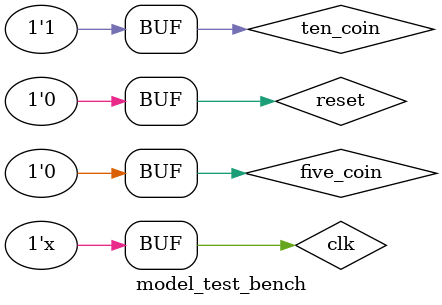
<source format=v>
`timescale 1ns / 1ps


module model_test_bench;

	// Inputs
	reg five_coin;
	reg ten_coin;
	reg clk;
	reg reset;

	// Outputs
	wire bottle;
	wire change;
	
	parameter PERIOD = 5;

	// Instantiate the Unit Under Test (UUT)
	vending_machine uut (
		.five_coin(five_coin), 
		.ten_coin(ten_coin), 
		.clk(clk), 
		.reset(reset), 
		.bottle(bottle), 
		.change(change)
	);
	
	always #PERIOD clk=~clk;

	initial begin
		// Initialize Inputs
		five_coin = 0;
		ten_coin = 0;
		clk = 0;
		reset = 0;

		// Wait 100 ns for global reset to finish
		#100;
		 
		#100;
		five_coin = 0; ten_coin = 0; reset = 1;
		#100;
		five_coin = 0; ten_coin = 0; reset = 0;
		#100;
		five_coin = 1; ten_coin = 0; reset = 0;
		#100;
		five_coin = 1; ten_coin = 0; reset = 0;
		#100;
		five_coin = 1; ten_coin = 0; reset = 0;
		#100;
		five_coin = 0; ten_coin = 1; reset = 0;
		#100;
		five_coin = 1; ten_coin = 0; reset = 0;
		#100;
		five_coin = 0; ten_coin = 1; reset = 0;
		#100;
		five_coin = 0; ten_coin = 1; reset = 0;
		#100;
        
		// Add stimulus here

	end
      
endmodule


</source>
